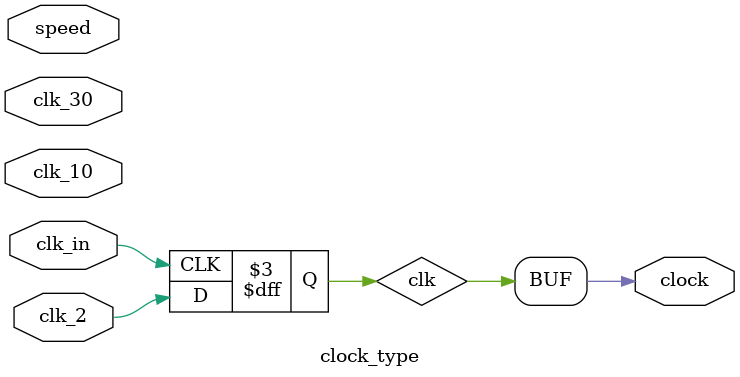
<source format=v>
`timescale 1ns / 1ps
module clock_type(
	input clk_in,
	input clk_2,
	input clk_10,
	input clk_30,
	input wire speed,
	output clock
    );

reg clk;

always @ (posedge clk_in) begin
	case (speed)
		2: clk <= clk_2;
		10: clk <= clk_10;
		30: clk <= clk_30;
		default: clk <= clk_2;
	endcase
end 

assign clock = clk;

endmodule

</source>
